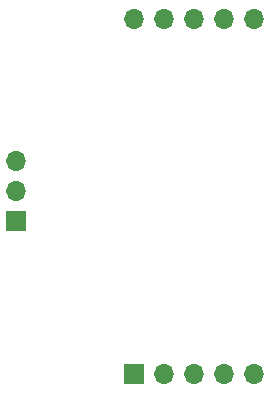
<source format=gbs>
G04 #@! TF.GenerationSoftware,KiCad,Pcbnew,8.0.6*
G04 #@! TF.CreationDate,2025-08-21T09:44:45+02:00*
G04 #@! TF.ProjectId,StackBoard_OPA836,53746163-6b42-46f6-9172-645f4f504138,rev?*
G04 #@! TF.SameCoordinates,Original*
G04 #@! TF.FileFunction,Soldermask,Bot*
G04 #@! TF.FilePolarity,Negative*
%FSLAX46Y46*%
G04 Gerber Fmt 4.6, Leading zero omitted, Abs format (unit mm)*
G04 Created by KiCad (PCBNEW 8.0.6) date 2025-08-21 09:44:45*
%MOMM*%
%LPD*%
G01*
G04 APERTURE LIST*
%ADD10R,1.700000X1.700000*%
%ADD11O,1.700000X1.700000*%
G04 APERTURE END LIST*
D10*
X160920000Y-142000000D03*
D11*
X163460000Y-142000000D03*
X166000000Y-142000000D03*
X168540000Y-142000000D03*
X171080000Y-142000000D03*
X160920000Y-112000000D03*
X163460000Y-112000000D03*
X166000000Y-112000000D03*
X168540000Y-112000000D03*
X171080000Y-112000000D03*
D10*
X151000000Y-129080000D03*
D11*
X151000000Y-126540000D03*
X151000000Y-124000000D03*
M02*

</source>
